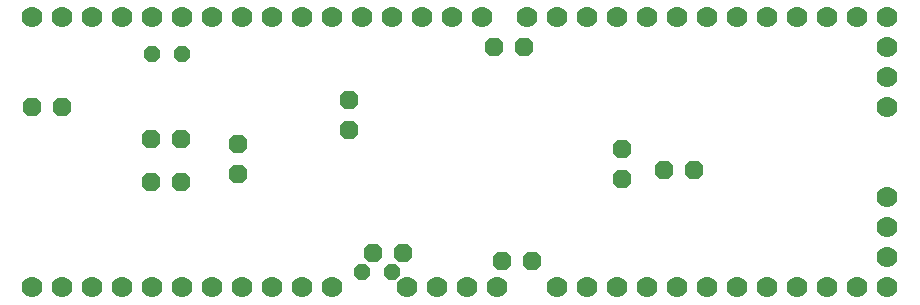
<source format=gbr>
G04 EAGLE Gerber RS-274X export*
G75*
%MOMM*%
%FSLAX34Y34*%
%LPD*%
%INBottom Copper*%
%IPPOS*%
%AMOC8*
5,1,8,0,0,1.08239X$1,22.5*%
G01*
%ADD10P,1.732040X8X292.500000*%
%ADD11P,1.732040X8X22.500000*%
%ADD12P,1.732040X8X202.500000*%
%ADD13C,1.778000*%
%ADD14P,1.429621X8X202.500000*%
%ADD15P,1.429621X8X22.500000*%
%ADD16P,1.732040X8X112.500000*%
%ADD17C,0.152400*%


D10*
X287700Y177800D03*
X287700Y152400D03*
D11*
X120300Y108900D03*
X145700Y108900D03*
D10*
X518800Y136700D03*
X518800Y111300D03*
D11*
X410400Y222900D03*
X435800Y222900D03*
D12*
X442700Y42100D03*
X417300Y42100D03*
D11*
X19700Y172100D03*
X45100Y172100D03*
X554700Y118600D03*
X580100Y118600D03*
X307880Y49000D03*
X333280Y49000D03*
X120300Y145000D03*
X145700Y145000D03*
D13*
X718200Y248300D03*
X743600Y248300D03*
X591200Y19700D03*
X616600Y19700D03*
X743600Y197500D03*
X743600Y19700D03*
X692800Y248300D03*
X718200Y19700D03*
X692800Y19700D03*
X743600Y172100D03*
X540400Y19700D03*
X667400Y248300D03*
X463500Y19700D03*
X515000Y19700D03*
X667400Y19700D03*
X642000Y19700D03*
X413100Y19700D03*
X515000Y248300D03*
X70500Y19700D03*
X172100Y19700D03*
X616600Y248300D03*
X146700Y19700D03*
X197500Y19700D03*
X642000Y248300D03*
X591200Y248300D03*
X540400Y248300D03*
X565800Y248300D03*
X337200Y19700D03*
X362600Y19700D03*
X388000Y19700D03*
X349900Y248300D03*
X273700Y248300D03*
X299100Y248300D03*
X222900Y19700D03*
X222900Y248300D03*
X197500Y248300D03*
X172100Y248300D03*
X146700Y248300D03*
X248300Y248300D03*
X375300Y248300D03*
X95900Y248300D03*
X70500Y248300D03*
X489600Y19700D03*
X743600Y45100D03*
X324500Y248300D03*
X743600Y70500D03*
X743600Y95900D03*
X464200Y248300D03*
X438800Y248300D03*
X489600Y248300D03*
X400700Y248300D03*
X121300Y248300D03*
X45100Y248300D03*
X19700Y248300D03*
X19700Y19700D03*
X743600Y222900D03*
X273700Y19700D03*
X248300Y19700D03*
X121300Y19700D03*
X95900Y19700D03*
X45100Y19700D03*
X565800Y19700D03*
D14*
X146700Y216900D03*
X121300Y216900D03*
D15*
X299100Y32400D03*
X324500Y32400D03*
D16*
X193800Y115300D03*
X193800Y140700D03*
D17*
X197500Y20716D02*
X197500Y19700D01*
X565800Y247792D02*
X565800Y248300D01*
X743092Y46116D02*
X743600Y45100D01*
X122316Y247792D02*
X121300Y248300D01*
X18684Y20716D02*
X19700Y19700D01*
X20716Y247284D02*
X19700Y248300D01*
X287700Y152908D02*
X287700Y152400D01*
M02*

</source>
